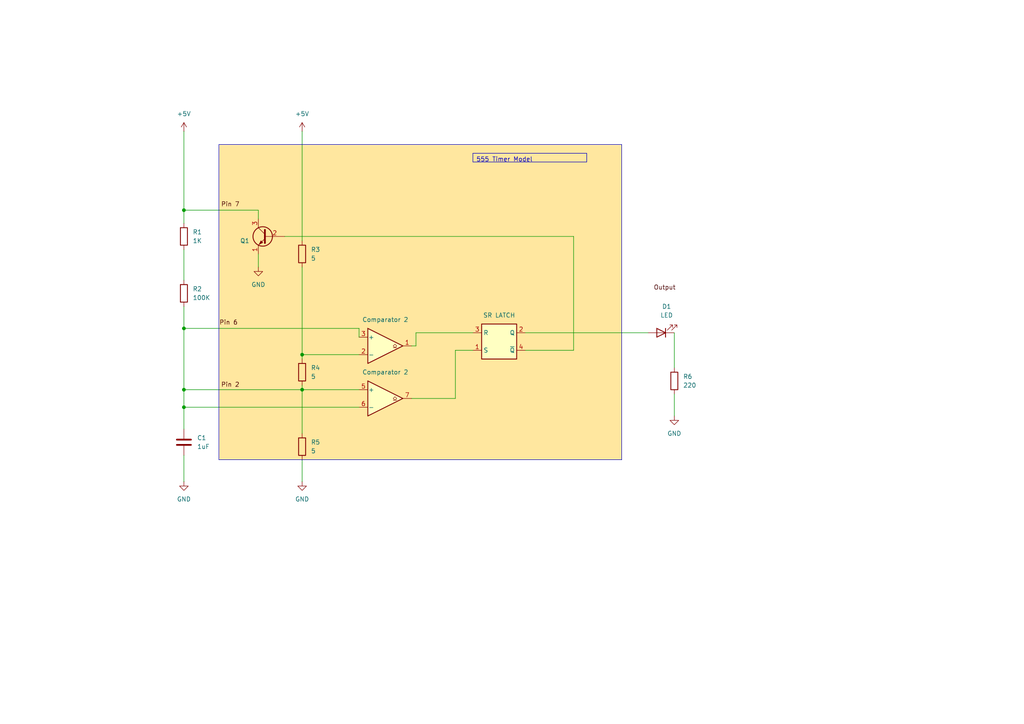
<source format=kicad_sch>
(kicad_sch (version 20231120) (generator "eeschema") (generator_version "8.0")
  (paper "A4")
  (lib_symbols
    (symbol "Comparator:LMV393" (pin_names (offset 0.127))
      (property "Reference" "U" (at 3.81 3.81 0))
      (property "Value" "LMV393" (at 6.35 -3.81 0))
      (symbol "LMV393_1_1"
        (polyline (pts (xy -5.08 5.08) (xy 5.08 0) (xy -5.08 -5.08) (xy -5.08 5.08)) (stroke (width 0.254)) (fill (type background)))
        (polyline (pts (xy 3.302 -0.508) (xy 2.794 -0.508) (xy 3.302 0) (xy 2.794 0.508) (xy 2.286 0) (xy 2.794 -0.508) (xy 2.286 -0.508)) (stroke (width 0.127)))
        (pin open_collector line (at 7.62 0 180) (length 2.54) (name "~") (number "1"))
        (pin input line (at -7.62 -2.54 0) (length 2.54) (name "-") (number "2"))
        (pin input line (at -7.62 2.54 0) (length 2.54) (name "+") (number "3"))
      )
      (symbol "LMV393_2_1"
        (polyline (pts (xy -5.08 5.08) (xy 5.08 0) (xy -5.08 -5.08) (xy -5.08 5.08)) (stroke (width 0.254)) (fill (type background)))
        (polyline (pts (xy 3.302 -0.508) (xy 2.794 -0.508) (xy 3.302 0) (xy 2.794 0.508) (xy 2.286 0) (xy 2.794 -0.508) (xy 2.286 -0.508)) (stroke (width 0.127)))
        (pin input line (at -7.62 2.54 0) (length 2.54) (name "+") (number "5"))
        (pin input line (at -7.62 -2.54 0) (length 2.54) (name "-") (number "6"))
        (pin open_collector line (at 7.62 0 180) (length 2.54) (name "~") (number "7"))
      )
      (symbol "LMV393_3_1"
        (pin power_in line (at -2.54 -7.62 90) (length 3.81) (name "V-") (number "4"))
        (pin power_in line (at -2.54 7.62 270) (length 3.81) (name "V+") (number "8"))
      )
    )
    (symbol "Device:C" (pin_numbers hide) (pin_names (offset 0.254))
      (property "Reference" "C" (at 0.635 2.54 0))
      (property "Value" "C" (at 0.635 -2.54 0))
      (symbol "C_0_1"
        (polyline (pts (xy -2.032 -0.762) (xy 2.032 -0.762)) (stroke (width 0.508)))
        (polyline (pts (xy -2.032 0.762) (xy 2.032 0.762)) (stroke (width 0.508)))
      )
      (symbol "C_1_1"
        (pin passive line (at 0 3.81 270) (length 2.794) (name "~") (number "1"))
        (pin passive line (at 0 -3.81 90) (length 2.794) (name "~") (number "2"))
      )
    )
    (symbol "Device:LED" (pin_numbers hide) (pin_names (offset 1.016) hide)
      (property "Reference" "D" (at 0 2.54 0))
      (property "Value" "LED" (at 0 -2.54 0))
      (symbol "LED_0_1"
        (polyline (pts (xy -1.27 -1.27) (xy -1.27 1.27)) (stroke (width 0.254)))
        (polyline (pts (xy -1.27 0) (xy 1.27 0)))
        (polyline (pts (xy 1.27 -1.27) (xy 1.27 1.27) (xy -1.27 0) (xy 1.27 -1.27)) (stroke (width 0.254)))
        (polyline (pts (xy -3.048 -0.762) (xy -4.572 -2.286) (xy -3.81 -2.286) (xy -4.572 -2.286) (xy -4.572 -1.524)))
        (polyline (pts (xy -1.778 -0.762) (xy -3.302 -2.286) (xy -2.54 -2.286) (xy -3.302 -2.286) (xy -3.302 -1.524)))
      )
      (symbol "LED_1_1"
        (pin passive line (at -3.81 0 0) (length 2.54) (name "K") (number "1"))
        (pin passive line (at 3.81 0 180) (length 2.54) (name "A") (number "2"))
      )
    )
    (symbol "Device:R" (pin_numbers hide) (pin_names (offset 0))
      (property "Reference" "R" (at 2.032 0 90))
      (property "Value" "R" (at 0 0 90))
      (symbol "R_0_1"
        (rectangle (start -1.016 -2.54) (end 1.016 2.54) (stroke (width 0.254)))
      )
      (symbol "R_1_1"
        (pin passive line (at 0 3.81 270) (length 1.27) (name "~") (number "1"))
        (pin passive line (at 0 -3.81 90) (length 1.27) (name "~") (number "2"))
      )
    )
    (symbol "Symbols_Only:74LS279"
      (property "Reference" "U2" (at 0 10.16 0))
      (property "Value" "SR LATCH" (at 0 7.62 0))
      (symbol "74LS279_1_1"
        (rectangle (start -5.08 5.08) (end 5.08 -5.08) (stroke (width 0.254)) (fill (type background)))
        (pin input line (at -7.62 -2.54 0) (length 2.54) (name "S") (number "1"))
        (pin input line (at 7.62 2.54 180) (length 2.54) (name "Q") (number "2"))
        (pin input line (at -7.62 2.54 0) (length 2.54) (name "R") (number "3"))
        (pin output line (at 7.62 -2.54 180) (length 2.54) (name "~{Q}") (number "4"))
      )
      (symbol "74LS279_2_1"
        (rectangle (start -5.08 5.08) (end 5.08 -5.08) (stroke (width 0.254)) (fill (type background)))
        (pin input line (at -7.62 -2.54 0) (length 2.54) (name "~{R}") (number "5"))
        (pin input line (at -7.62 2.54 0) (length 2.54) (name "~{S}") (number "6"))
        (pin output line (at 7.62 0 180) (length 2.54) (name "Q") (number "7"))
      )
      (symbol "74LS279_3_1"
        (rectangle (start -5.08 5.08) (end 5.08 -5.08) (stroke (width 0.254)) (fill (type background)))
        (pin input line (at -7.62 -2.54 0) (length 2.54) (name "~{R}") (number "10"))
        (pin input line (at -7.62 2.54 0) (length 2.54) (name "~{S}") (number "11"))
        (pin input line (at -7.62 0 0) (length 2.54) (name "~{S}") (number "12"))
        (pin output line (at 7.62 0 180) (length 2.54) (name "Q") (number "9"))
      )
      (symbol "74LS279_4_1"
        (rectangle (start -5.08 5.08) (end 5.08 -5.08) (stroke (width 0.254)) (fill (type background)))
        (pin output line (at 7.62 0 180) (length 2.54) (name "Q") (number "13"))
        (pin input line (at -7.62 -2.54 0) (length 2.54) (name "~{R}") (number "14"))
        (pin input line (at -7.62 2.54 0) (length 2.54) (name "~{S}") (number "15"))
      )
      (symbol "74LS279_5_0"
        (pin power_in line (at 0 10.16 270) (length 2.54) (name "VCC") (number "16"))
        (pin power_in line (at 0 -10.16 90) (length 2.54) (name "GND") (number "8"))
      )
      (symbol "74LS279_5_1"
        (rectangle (start -5.08 7.62) (end 5.08 -7.62) (stroke (width 0.254)) (fill (type background)))
      )
    )
    (symbol "Transistor_BJT:BC107" (pin_names (offset 0) hide)
      (property "Reference" "Q" (at 5.08 1.905 0))
      (property "Value" "BC107" (at 5.08 0 0))
      (symbol "BC107_0_1"
        (polyline (pts (xy 0.635 0.635) (xy 2.54 2.54)))
        (polyline (pts (xy 0.635 -0.635) (xy 2.54 -2.54) (xy 2.54 -2.54)))
        (polyline (pts (xy 0.635 1.905) (xy 0.635 -1.905) (xy 0.635 -1.905)) (stroke (width 0.508)))
        (polyline (pts (xy 1.27 -1.778) (xy 1.778 -1.27) (xy 2.286 -2.286) (xy 1.27 -1.778) (xy 1.27 -1.778)) (fill (type outline)))
        (circle (center 1.27 0) (radius 2.8194) (stroke (width 0.254)))
      )
      (symbol "BC107_1_1"
        (pin passive line (at 2.54 -5.08 90) (length 2.54) (name "E") (number "1"))
        (pin input line (at -5.08 0 0) (length 5.715) (name "B") (number "2"))
        (pin passive line (at 2.54 5.08 270) (length 2.54) (name "C") (number "3"))
      )
    )
    (symbol "power:+5V" (power) (pin_numbers hide) (pin_names (offset 0) hide)
      (property "Value" "+5V" (at 0 3.556 0))
      (symbol "+5V_0_1"
        (polyline (pts (xy -0.762 1.27) (xy 0 2.54)))
        (polyline (pts (xy 0 0) (xy 0 2.54)))
        (polyline (pts (xy 0 2.54) (xy 0.762 1.27)))
      )
      (symbol "+5V_1_1"
        (pin power_in line (at 0 0 90) (length 0) (name "~") (number "1"))
      )
    )
    (symbol "power:GND" (power) (pin_numbers hide) (pin_names (offset 0) hide)
      (property "Value" "GND" (at 0 -3.81 0))
      (symbol "GND_0_1"
        (polyline (pts (xy 0 0) (xy 0 -1.27) (xy 1.27 -1.27) (xy 0 -2.54) (xy -1.27 -1.27) (xy 0 -1.27)))
      )
      (symbol "GND_1_1"
        (pin power_in line (at 0 0 270) (length 0) (name "~") (number "1"))
      )
    )
  )
  (junction (at 53.34 118.11))
  (junction (at 53.34 95.25))
  (junction (at 53.34 113.03))
  (junction (at 53.34 60.96))
  (junction (at 87.63 113.03))
  (junction (at 87.63 102.87))
  (wire (pts (xy 53.34 60.96) (xy 53.34 64.77)))
  (wire (pts (xy 104.14 95.25) (xy 104.14 97.79)))
  (wire (pts (xy 53.34 95.25) (xy 53.34 88.9)))
  (wire (pts (xy 187.96 96.52) (xy 152.4 96.52)))
  (wire (pts (xy 87.63 102.87) (xy 104.14 102.87)))
  (wire (pts (xy 87.63 111.76) (xy 87.63 113.03)))
  (wire (pts (xy 87.63 113.03) (xy 87.63 125.73)))
  (wire (pts (xy 87.63 38.1) (xy 87.63 69.85)))
  (wire (pts (xy 132.08 101.6) (xy 137.16 101.6)))
  (wire (pts (xy 104.14 118.11) (xy 53.34 118.11)))
  (wire (pts (xy 120.65 100.33) (xy 120.65 96.52)))
  (wire (pts (xy 53.34 95.25) (xy 104.14 95.25)))
  (wire (pts (xy 152.4 101.6) (xy 166.37 101.6)))
  (wire (pts (xy 166.37 68.58) (xy 82.55 68.58)))
  (wire (pts (xy 87.63 102.87) (xy 87.63 104.14)))
  (wire (pts (xy 195.58 96.52) (xy 195.58 106.68)))
  (wire (pts (xy 74.93 73.66) (xy 74.93 77.47)))
  (wire (pts (xy 119.38 100.33) (xy 120.65 100.33)))
  (wire (pts (xy 74.93 60.96) (xy 74.93 63.5)))
  (wire (pts (xy 74.93 60.96) (xy 53.34 60.96)))
  (wire (pts (xy 132.08 101.6) (xy 132.08 115.57)))
  (wire (pts (xy 53.34 113.03) (xy 53.34 118.11)))
  (wire (pts (xy 87.63 113.03) (xy 104.14 113.03)))
  (wire (pts (xy 53.34 118.11) (xy 53.34 124.46)))
  (wire (pts (xy 53.34 132.08) (xy 53.34 139.7)))
  (wire (pts (xy 53.34 38.1) (xy 53.34 60.96)))
  (wire (pts (xy 53.34 113.03) (xy 87.63 113.03)))
  (wire (pts (xy 87.63 133.35) (xy 87.63 139.7)))
  (wire (pts (xy 53.34 113.03) (xy 53.34 95.25)))
  (wire (pts (xy 132.08 115.57) (xy 119.38 115.57)))
  (wire (pts (xy 120.65 96.52) (xy 137.16 96.52)))
  (wire (pts (xy 87.63 77.47) (xy 87.63 102.87)))
  (wire (pts (xy 166.37 101.6) (xy 166.37 68.58)))
  (wire (pts (xy 195.58 114.3) (xy 195.58 120.65)))
  (wire (pts (xy 53.34 72.39) (xy 53.34 81.28)))
  (rectangle (start 63.5 41.91) (end 180.34 133.35) (fill (type color) (color 255 231 159 1)))
  (text_box "555 Timer Model\n" (at 137.16 44.45 0) (size 33.02 2.54) (effects (font (size 1.27 1.27)) (justify left top)))
  (text "Pin 7" (at 66.802 59.436 0) (effects (font (size 1.27 1.27))))
  (text "Pin 6" (at 66.294 93.726 0) (effects (font (size 1.27 1.27))))
  (text "Output\n" (at 192.786 83.566 0) (effects (font (size 1.27 1.27))))
  (text "Pin 2" (at 66.802 111.76 0) (effects (font (size 1.27 1.27))))
  (symbol (lib_id "power:GND") (at 74.93 77.47 0) (unit 1) (on_board no)
    (property "Reference" "#PWR03" (effects (hide yes)))
    (property "Value" "GND" (at 74.93 82.55 0))
    (property "Description" "Power symbol creates a global label with name \"GND\" , ground" (effects (hide yes)))
  )
  (symbol (lib_id "Device:R") (at 87.63 107.95 0) (unit 1) (on_board no)
    (property "Reference" "R4" (at 90.17 106.6799 0) (effects (justify left)))
    (property "Value" "5" (at 90.17 109.2199 0) (effects (justify left)))
    (property "Description" "Resistor" (effects (hide yes)))
  )
  (symbol (lib_id "Comparator:LMV393") (at 111.76 115.57 0) (unit 2) (on_board no)
    (property "Reference" "U1" (effects (hide yes)))
    (property "Value" "Comparator 2" (at 111.76 107.95 0))
    (property "Datasheet" "http://www.ti.com/lit/ds/symlink/lmv331.pdf" (effects (hide yes)))
    (property "Description" "Dual General-Purpose Low-Voltage Comparator, SOIC-8/TSSOP-8/VSSOP-8" (effects (hide yes)))
  )
  (symbol (lib_id "power:+5V") (at 87.63 38.1 0) (unit 1) (on_board no)
    (property "Reference" "#PWR04" (effects (hide yes)))
    (property "Value" "+5V" (at 87.63 33.02 0))
    (property "Description" "Power symbol creates a global label with name \"+5V\"" (effects (hide yes)))
  )
  (symbol (lib_id "Device:R") (at 87.63 73.66 0) (unit 1) (on_board no)
    (property "Reference" "R3" (at 90.17 72.3899 0) (effects (justify left)))
    (property "Value" "5" (at 90.17 74.9299 0) (effects (justify left)))
    (property "Description" "Resistor" (effects (hide yes)))
  )
  (symbol (lib_id "Device:R") (at 195.58 110.49 0) (unit 1) (on_board no)
    (property "Reference" "R6" (at 198.12 109.2199 0) (effects (justify left)))
    (property "Value" "220" (at 198.12 111.7599 0) (effects (justify left)))
    (property "Description" "Resistor" (effects (hide yes)))
  )
  (symbol (lib_id "power:+5V") (at 53.34 38.1 0) (unit 1) (on_board no)
    (property "Reference" "#PWR01" (effects (hide yes)))
    (property "Value" "+5V" (at 53.34 33.02 0))
    (property "Description" "Power symbol creates a global label with name \"+5V\"" (effects (hide yes)))
  )
  (symbol (lib_id "Comparator:LMV393") (at 111.76 100.33 0) (unit 1) (on_board no)
    (property "Reference" "U1" (effects (hide yes)))
    (property "Value" "Comparator 2" (at 111.76 92.71 0))
    (property "Datasheet" "http://www.ti.com/lit/ds/symlink/lmv331.pdf" (effects (hide yes)))
    (property "Description" "Dual General-Purpose Low-Voltage Comparator, SOIC-8/TSSOP-8/VSSOP-8" (effects (hide yes)))
  )
  (symbol (lib_id "Device:R") (at 53.34 68.58 0) (unit 1) (on_board no)
    (property "Reference" "R1" (at 55.88 67.3099 0) (effects (justify left)))
    (property "Value" "1K" (at 55.88 69.8499 0) (effects (justify left)))
    (property "Description" "Resistor" (effects (hide yes)))
  )
  (symbol (lib_id "power:GND") (at 195.58 120.65 0) (unit 1) (on_board no)
    (property "Reference" "#PWR06" (effects (hide yes)))
    (property "Value" "GND" (at 195.58 125.73 0))
    (property "Description" "Power symbol creates a global label with name \"GND\" , ground" (effects (hide yes)))
  )
  (symbol (lib_id "Device:C") (at 53.34 128.27 0) (unit 1) (on_board no)
    (property "Reference" "C1" (at 57.15 126.9999 0) (effects (justify left)))
    (property "Value" "1uF" (at 57.15 129.5399 0) (effects (justify left)))
    (property "Description" "Unpolarized capacitor" (effects (hide yes)))
  )
  (symbol (lib_id "Transistor_BJT:BC107") (at 77.47 68.58 0) (mirror y) (unit 1) (on_board no)
    (property "Reference" "Q1" (at 72.39 69.8501 0) (effects (justify left)))
    (property "Value" "BC107" (effects (hide yes)))
    (property "Footprint" "Package_TO_SOT_THT:TO-18-3" (effects (hide yes)))
    (property "Datasheet" "http://www.b-kainka.de/Daten/Transistor/BC108.pdf" (effects (hide yes)))
    (property "Description" "0.1A Ic, 50V Vce, Low Noise General Purpose NPN Transistor, TO-18" (effects (hide yes)))
  )
  (symbol (lib_id "power:GND") (at 53.34 139.7 0) (unit 1) (on_board no)
    (property "Reference" "#PWR02" (effects (hide yes)))
    (property "Value" "GND" (at 53.34 144.78 0))
    (property "Description" "Power symbol creates a global label with name \"GND\" , ground" (effects (hide yes)))
  )
  (symbol (lib_id "Device:R") (at 87.63 129.54 0) (unit 1) (on_board no)
    (property "Reference" "R5" (at 90.17 128.2699 0) (effects (justify left)))
    (property "Value" "5" (at 90.17 130.8099 0) (effects (justify left)))
    (property "Description" "Resistor" (effects (hide yes)))
  )
  (symbol (lib_id "Symbols_Only:74LS279") (at 144.78 99.06 0) (unit 1) (on_board no)
    (property "Reference" "U2" (effects (hide yes)))
    (property "Value" "SR LATCH" (at 144.78 91.44 0))
    (property "Datasheet" "https://www.ti.com/lit/gpn/sn54ls279a" (effects (hide yes)))
    (property "Description" "Quad SR latch, DIP-16/SOIC-16/SOIC-16W" (effects (hide yes)))
  )
  (symbol (lib_id "power:GND") (at 87.63 139.7 0) (unit 1) (on_board no)
    (property "Reference" "#PWR05" (effects (hide yes)))
    (property "Value" "GND" (at 87.63 144.78 0))
    (property "Description" "Power symbol creates a global label with name \"GND\" , ground" (effects (hide yes)))
  )
  (symbol (lib_id "Device:R") (at 53.34 85.09 0) (unit 1) (on_board no)
    (property "Reference" "R2" (at 55.88 83.8199 0) (effects (justify left)))
    (property "Value" "100K" (at 55.88 86.3599 0) (effects (justify left)))
    (property "Description" "Resistor" (effects (hide yes)))
  )
  (symbol (lib_id "Device:LED") (at 191.77 96.52 180) (unit 1) (on_board no)
    (property "Reference" "D1" (at 193.3575 88.9 0))
    (property "Value" "LED" (at 193.3575 91.44 0))
    (property "Description" "Light emitting diode" (effects (hide yes)))
  )
)
</source>
